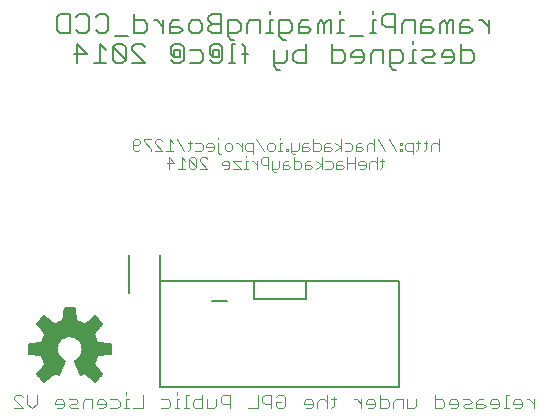
<source format=gbo>
G75*
G70*
%OFA0B0*%
%FSLAX24Y24*%
%IPPOS*%
%LPD*%
%AMOC8*
5,1,8,0,0,1.08239X$1,22.5*
%
%ADD10C,0.0060*%
%ADD11C,0.0040*%
%ADD12C,0.0030*%
%ADD13C,0.0080*%
%ADD14C,0.0059*%
D10*
X013412Y012023D02*
X013519Y011916D01*
X013626Y011916D01*
X013733Y012130D02*
X013412Y012130D01*
X013412Y012023D02*
X013412Y012557D01*
X013839Y012557D02*
X013839Y012237D01*
X013733Y012130D01*
X014057Y012237D02*
X014057Y012450D01*
X014164Y012557D01*
X014484Y012557D01*
X014484Y012771D02*
X014484Y012130D01*
X014164Y012130D01*
X014057Y012237D01*
X013804Y012916D02*
X013697Y012916D01*
X013590Y013023D01*
X013590Y013557D01*
X013910Y013557D01*
X014017Y013450D01*
X014017Y013237D01*
X013910Y013130D01*
X013590Y013130D01*
X013373Y013130D02*
X013159Y013130D01*
X013266Y013130D02*
X013266Y013557D01*
X013373Y013557D01*
X013266Y013771D02*
X013266Y013877D01*
X012943Y013557D02*
X012623Y013557D01*
X012516Y013450D01*
X012516Y013130D01*
X012298Y013237D02*
X012192Y013130D01*
X011871Y013130D01*
X011871Y013023D02*
X011871Y013557D01*
X012192Y013557D01*
X012298Y013450D01*
X012298Y013237D01*
X012085Y012916D02*
X011978Y012916D01*
X011871Y013023D01*
X011654Y013130D02*
X011333Y013130D01*
X011227Y013237D01*
X011227Y013344D01*
X011333Y013450D01*
X011654Y013450D01*
X011333Y013450D02*
X011227Y013557D01*
X011227Y013664D01*
X011333Y013771D01*
X011654Y013771D01*
X011654Y013130D01*
X011009Y013237D02*
X011009Y013450D01*
X010902Y013557D01*
X010689Y013557D01*
X010582Y013450D01*
X010582Y013237D01*
X010689Y013130D01*
X010902Y013130D01*
X011009Y013237D01*
X011371Y012771D02*
X011264Y012664D01*
X011264Y012450D01*
X011371Y012344D01*
X011371Y012557D01*
X011584Y012557D01*
X011584Y012344D01*
X011371Y012344D01*
X011264Y012237D02*
X011371Y012130D01*
X011584Y012130D01*
X011691Y012237D01*
X011691Y012664D01*
X011584Y012771D01*
X011371Y012771D01*
X011046Y012450D02*
X011046Y012237D01*
X010940Y012130D01*
X010619Y012130D01*
X010402Y012237D02*
X010402Y012664D01*
X010295Y012771D01*
X010081Y012771D01*
X009975Y012664D01*
X009975Y012450D01*
X010081Y012344D01*
X010081Y012557D01*
X010295Y012557D01*
X010295Y012344D01*
X010081Y012344D01*
X009975Y012237D02*
X010081Y012130D01*
X010295Y012130D01*
X010402Y012237D01*
X010619Y012557D02*
X010940Y012557D01*
X011046Y012450D01*
X011907Y012130D02*
X012121Y012130D01*
X012014Y012130D02*
X012014Y012771D01*
X012121Y012771D01*
X012337Y012771D02*
X012443Y012664D01*
X012443Y012130D01*
X012550Y012450D02*
X012337Y012450D01*
X012943Y013130D02*
X012943Y013557D01*
X014235Y013450D02*
X014235Y013130D01*
X014555Y013130D01*
X014662Y013237D01*
X014555Y013344D01*
X014235Y013344D01*
X014235Y013450D02*
X014341Y013557D01*
X014555Y013557D01*
X014879Y013450D02*
X014879Y013130D01*
X015093Y013130D02*
X015093Y013450D01*
X014986Y013557D01*
X014879Y013450D01*
X015093Y013450D02*
X015199Y013557D01*
X015306Y013557D01*
X015306Y013130D01*
X015522Y013130D02*
X015736Y013130D01*
X015629Y013130D02*
X015629Y013557D01*
X015736Y013557D01*
X015629Y013771D02*
X015629Y013877D01*
X016703Y013877D02*
X016703Y013771D01*
X017028Y013664D02*
X017028Y013450D01*
X017134Y013344D01*
X017455Y013344D01*
X017455Y013130D02*
X017455Y013771D01*
X017134Y013771D01*
X017028Y013664D01*
X016810Y013557D02*
X016703Y013557D01*
X016703Y013130D01*
X016597Y013130D02*
X016810Y013130D01*
X016380Y013023D02*
X015953Y013023D01*
X015346Y012771D02*
X015346Y012130D01*
X015666Y012130D01*
X015773Y012237D01*
X015773Y012450D01*
X015666Y012557D01*
X015346Y012557D01*
X015991Y012450D02*
X015991Y012344D01*
X016418Y012344D01*
X016418Y012450D02*
X016418Y012237D01*
X016311Y012130D01*
X016097Y012130D01*
X015991Y012450D02*
X016097Y012557D01*
X016311Y012557D01*
X016418Y012450D01*
X016635Y012450D02*
X016742Y012557D01*
X017062Y012557D01*
X017062Y012130D01*
X017280Y012130D02*
X017600Y012130D01*
X017707Y012237D01*
X017707Y012450D01*
X017600Y012557D01*
X017280Y012557D01*
X017280Y012023D01*
X017386Y011916D01*
X017493Y011916D01*
X017923Y012130D02*
X018136Y012130D01*
X018030Y012130D02*
X018030Y012557D01*
X018136Y012557D01*
X018354Y012557D02*
X018674Y012557D01*
X018781Y012450D01*
X018674Y012344D01*
X018461Y012344D01*
X018354Y012237D01*
X018461Y012130D01*
X018781Y012130D01*
X018998Y012344D02*
X019425Y012344D01*
X019425Y012450D02*
X019425Y012237D01*
X019319Y012130D01*
X019105Y012130D01*
X018998Y012344D02*
X018998Y012450D01*
X019105Y012557D01*
X019319Y012557D01*
X019425Y012450D01*
X019643Y012557D02*
X019963Y012557D01*
X020070Y012450D01*
X020070Y012237D01*
X019963Y012130D01*
X019643Y012130D01*
X019643Y012771D01*
X019606Y013130D02*
X019926Y013130D01*
X020033Y013237D01*
X019926Y013344D01*
X019606Y013344D01*
X019606Y013450D02*
X019606Y013130D01*
X019388Y013130D02*
X019388Y013557D01*
X019282Y013557D01*
X019175Y013450D01*
X019068Y013557D01*
X018961Y013450D01*
X018961Y013130D01*
X019175Y013130D02*
X019175Y013450D01*
X019606Y013450D02*
X019713Y013557D01*
X019926Y013557D01*
X020250Y013557D02*
X020356Y013557D01*
X020570Y013344D01*
X020570Y013557D02*
X020570Y013130D01*
X018744Y013237D02*
X018637Y013344D01*
X018317Y013344D01*
X018317Y013450D02*
X018317Y013130D01*
X018637Y013130D01*
X018744Y013237D01*
X018637Y013557D02*
X018424Y013557D01*
X018317Y013450D01*
X018099Y013557D02*
X017779Y013557D01*
X017672Y013450D01*
X017672Y013130D01*
X018099Y013130D02*
X018099Y013557D01*
X018030Y012877D02*
X018030Y012771D01*
X016635Y012450D02*
X016635Y012130D01*
X010365Y013237D02*
X010258Y013344D01*
X009938Y013344D01*
X009938Y013450D02*
X009938Y013130D01*
X010258Y013130D01*
X010365Y013237D01*
X010258Y013557D02*
X010044Y013557D01*
X009938Y013450D01*
X009720Y013344D02*
X009507Y013557D01*
X009400Y013557D01*
X009183Y013450D02*
X009076Y013557D01*
X008756Y013557D01*
X008756Y013771D02*
X008756Y013130D01*
X009076Y013130D01*
X009183Y013237D01*
X009183Y013450D01*
X009720Y013557D02*
X009720Y013130D01*
X009113Y012664D02*
X009006Y012771D01*
X008792Y012771D01*
X008686Y012664D01*
X008686Y012557D01*
X009113Y012130D01*
X008686Y012130D01*
X008468Y012237D02*
X008041Y012664D01*
X008041Y012237D01*
X008148Y012130D01*
X008361Y012130D01*
X008468Y012237D01*
X008468Y012664D01*
X008361Y012771D01*
X008148Y012771D01*
X008041Y012664D01*
X007824Y012557D02*
X007610Y012771D01*
X007610Y012130D01*
X007397Y012130D02*
X007824Y012130D01*
X007179Y012450D02*
X006752Y012450D01*
X006859Y012771D02*
X007179Y012450D01*
X006859Y012130D02*
X006859Y012771D01*
X006929Y013130D02*
X006822Y013237D01*
X006929Y013130D02*
X007143Y013130D01*
X007249Y013237D01*
X007249Y013664D01*
X007143Y013771D01*
X006929Y013771D01*
X006822Y013664D01*
X006605Y013771D02*
X006284Y013771D01*
X006178Y013664D01*
X006178Y013237D01*
X006284Y013130D01*
X006605Y013130D01*
X006605Y013771D01*
X007467Y013664D02*
X007574Y013771D01*
X007787Y013771D01*
X007894Y013664D01*
X007894Y013237D01*
X007787Y013130D01*
X007574Y013130D01*
X007467Y013237D01*
X008111Y013023D02*
X008538Y013023D01*
D11*
X005040Y000620D02*
X004734Y000620D01*
X005040Y000620D02*
X004734Y000927D01*
X004734Y001004D01*
X004810Y001080D01*
X004964Y001080D01*
X005040Y001004D01*
X005194Y001080D02*
X005194Y000773D01*
X005347Y000620D01*
X005501Y000773D01*
X005501Y001080D01*
X006115Y000850D02*
X006115Y000773D01*
X006422Y000773D01*
X006422Y000697D02*
X006422Y000850D01*
X006345Y000927D01*
X006191Y000927D01*
X006115Y000850D01*
X006191Y000620D02*
X006345Y000620D01*
X006422Y000697D01*
X006575Y000697D02*
X006652Y000773D01*
X006805Y000773D01*
X006882Y000850D01*
X006805Y000927D01*
X006575Y000927D01*
X006575Y000697D02*
X006652Y000620D01*
X006882Y000620D01*
X007035Y000620D02*
X007035Y000850D01*
X007112Y000927D01*
X007342Y000927D01*
X007342Y000620D01*
X007496Y000773D02*
X007803Y000773D01*
X007803Y000697D02*
X007803Y000850D01*
X007726Y000927D01*
X007573Y000927D01*
X007496Y000850D01*
X007496Y000773D01*
X007573Y000620D02*
X007726Y000620D01*
X007803Y000697D01*
X007956Y000620D02*
X008186Y000620D01*
X008263Y000697D01*
X008263Y000850D01*
X008186Y000927D01*
X007956Y000927D01*
X008493Y000927D02*
X008493Y000620D01*
X008417Y000620D02*
X008570Y000620D01*
X008724Y000620D02*
X009031Y000620D01*
X009031Y001080D01*
X008570Y000927D02*
X008493Y000927D01*
X008493Y001080D02*
X008493Y001157D01*
X009644Y000927D02*
X009875Y000927D01*
X009951Y000850D01*
X009951Y000697D01*
X009875Y000620D01*
X009644Y000620D01*
X010105Y000620D02*
X010258Y000620D01*
X010181Y000620D02*
X010181Y000927D01*
X010258Y000927D01*
X010181Y001080D02*
X010181Y001157D01*
X010488Y001080D02*
X010488Y000620D01*
X010412Y000620D02*
X010565Y000620D01*
X010719Y000697D02*
X010719Y000850D01*
X010795Y000927D01*
X011026Y000927D01*
X011179Y000927D02*
X011179Y000620D01*
X011409Y000620D01*
X011486Y000697D01*
X011486Y000927D01*
X011639Y001004D02*
X011639Y000850D01*
X011716Y000773D01*
X011946Y000773D01*
X011946Y000620D02*
X011946Y001080D01*
X011716Y001080D01*
X011639Y001004D01*
X011026Y001080D02*
X011026Y000620D01*
X010795Y000620D01*
X010719Y000697D01*
X010565Y001080D02*
X010488Y001080D01*
X012560Y000620D02*
X012867Y000620D01*
X012867Y001080D01*
X013021Y001004D02*
X013021Y000850D01*
X013097Y000773D01*
X013327Y000773D01*
X013327Y000620D02*
X013327Y001080D01*
X013097Y001080D01*
X013021Y001004D01*
X013481Y001004D02*
X013558Y001080D01*
X013711Y001080D01*
X013788Y001004D01*
X013788Y000697D01*
X013711Y000620D01*
X013558Y000620D01*
X013481Y000697D01*
X013481Y000850D01*
X013634Y000850D01*
X014402Y000850D02*
X014402Y000773D01*
X014709Y000773D01*
X014709Y000697D02*
X014709Y000850D01*
X014632Y000927D01*
X014478Y000927D01*
X014402Y000850D01*
X014478Y000620D02*
X014632Y000620D01*
X014709Y000697D01*
X014862Y000620D02*
X014862Y000850D01*
X014939Y000927D01*
X015092Y000927D01*
X015169Y000850D01*
X015323Y000927D02*
X015476Y000927D01*
X015399Y001004D02*
X015399Y000697D01*
X015323Y000620D01*
X015169Y000620D02*
X015169Y001080D01*
X016090Y000927D02*
X016167Y000927D01*
X016320Y000773D01*
X016320Y000620D02*
X016320Y000927D01*
X016474Y000850D02*
X016474Y000773D01*
X016780Y000773D01*
X016780Y000697D02*
X016780Y000850D01*
X016704Y000927D01*
X016550Y000927D01*
X016474Y000850D01*
X016550Y000620D02*
X016704Y000620D01*
X016780Y000697D01*
X016934Y000620D02*
X017164Y000620D01*
X017241Y000697D01*
X017241Y000850D01*
X017164Y000927D01*
X016934Y000927D01*
X016934Y001080D02*
X016934Y000620D01*
X017394Y000620D02*
X017394Y000850D01*
X017471Y000927D01*
X017701Y000927D01*
X017701Y000620D01*
X017855Y000620D02*
X017855Y000927D01*
X018162Y000927D02*
X018162Y000697D01*
X018085Y000620D01*
X017855Y000620D01*
X018775Y000620D02*
X019006Y000620D01*
X019082Y000697D01*
X019082Y000850D01*
X019006Y000927D01*
X018775Y000927D01*
X018775Y001080D02*
X018775Y000620D01*
X019236Y000773D02*
X019543Y000773D01*
X019543Y000697D02*
X019543Y000850D01*
X019466Y000927D01*
X019313Y000927D01*
X019236Y000850D01*
X019236Y000773D01*
X019313Y000620D02*
X019466Y000620D01*
X019543Y000697D01*
X019696Y000697D02*
X019773Y000773D01*
X019926Y000773D01*
X020003Y000850D01*
X019926Y000927D01*
X019696Y000927D01*
X019696Y000697D02*
X019773Y000620D01*
X020003Y000620D01*
X020157Y000620D02*
X020157Y000850D01*
X020233Y000927D01*
X020387Y000927D01*
X020387Y000773D02*
X020157Y000773D01*
X020157Y000620D02*
X020387Y000620D01*
X020464Y000697D01*
X020387Y000773D01*
X020617Y000773D02*
X020924Y000773D01*
X020924Y000697D02*
X020924Y000850D01*
X020847Y000927D01*
X020694Y000927D01*
X020617Y000850D01*
X020617Y000773D01*
X020694Y000620D02*
X020847Y000620D01*
X020924Y000697D01*
X021077Y000620D02*
X021231Y000620D01*
X021154Y000620D02*
X021154Y001080D01*
X021231Y001080D01*
X021461Y000927D02*
X021384Y000850D01*
X021384Y000773D01*
X021691Y000773D01*
X021691Y000697D02*
X021691Y000850D01*
X021615Y000927D01*
X021461Y000927D01*
X021845Y000927D02*
X021921Y000927D01*
X022075Y000773D01*
X022075Y000620D02*
X022075Y000927D01*
X021691Y000697D02*
X021615Y000620D01*
X021461Y000620D01*
D12*
X013463Y008492D02*
X013401Y008492D01*
X013339Y008553D01*
X013339Y008862D01*
X013218Y008985D02*
X013033Y008985D01*
X012971Y008924D01*
X012971Y008800D01*
X013033Y008738D01*
X013218Y008738D01*
X013218Y008615D02*
X013218Y008985D01*
X013586Y008862D02*
X013586Y008677D01*
X013524Y008615D01*
X013339Y008615D01*
X012849Y008615D02*
X012849Y008862D01*
X012726Y008862D02*
X012849Y008738D01*
X012726Y008862D02*
X012664Y008862D01*
X012542Y008862D02*
X012481Y008862D01*
X012481Y008615D01*
X012542Y008615D02*
X012419Y008615D01*
X012297Y008615D02*
X012050Y008615D01*
X011929Y008677D02*
X011929Y008800D01*
X011867Y008862D01*
X011743Y008862D01*
X011682Y008800D01*
X011682Y008738D01*
X011929Y008738D01*
X011929Y008677D02*
X011867Y008615D01*
X011743Y008615D01*
X012050Y008862D02*
X012297Y008615D01*
X012297Y008862D02*
X012050Y008862D01*
X012481Y008985D02*
X012481Y009047D01*
X012513Y009215D02*
X012698Y009215D01*
X012698Y009092D02*
X012698Y009462D01*
X012513Y009462D01*
X012451Y009400D01*
X012451Y009277D01*
X012513Y009215D01*
X012330Y009215D02*
X012330Y009462D01*
X012330Y009338D02*
X012206Y009462D01*
X012144Y009462D01*
X012023Y009400D02*
X012023Y009277D01*
X011961Y009215D01*
X011837Y009215D01*
X011776Y009277D01*
X011776Y009400D01*
X011837Y009462D01*
X011961Y009462D01*
X012023Y009400D01*
X011654Y009092D02*
X011593Y009092D01*
X011531Y009153D01*
X011531Y009462D01*
X011531Y009585D02*
X011531Y009647D01*
X011347Y009462D02*
X011224Y009462D01*
X011162Y009400D01*
X011162Y009338D01*
X011409Y009338D01*
X011409Y009277D02*
X011409Y009400D01*
X011347Y009462D01*
X011409Y009277D02*
X011347Y009215D01*
X011224Y009215D01*
X011040Y009277D02*
X011040Y009400D01*
X010979Y009462D01*
X010794Y009462D01*
X010672Y009462D02*
X010549Y009462D01*
X010610Y009524D02*
X010610Y009277D01*
X010549Y009215D01*
X010427Y009215D02*
X010180Y009585D01*
X010058Y009462D02*
X009935Y009585D01*
X009935Y009215D01*
X010058Y009215D02*
X009811Y009215D01*
X009690Y009215D02*
X009443Y009462D01*
X009443Y009524D01*
X009505Y009585D01*
X009628Y009585D01*
X009690Y009524D01*
X009690Y009215D02*
X009443Y009215D01*
X009322Y009215D02*
X009322Y009277D01*
X009075Y009524D01*
X009075Y009585D01*
X009322Y009585D01*
X008953Y009524D02*
X008953Y009462D01*
X008892Y009400D01*
X008706Y009400D01*
X008706Y009277D02*
X008706Y009524D01*
X008768Y009585D01*
X008892Y009585D01*
X008953Y009524D01*
X008953Y009277D02*
X008892Y009215D01*
X008768Y009215D01*
X008706Y009277D01*
X009840Y008800D02*
X010087Y008800D01*
X009902Y008985D01*
X009902Y008615D01*
X010208Y008615D02*
X010455Y008615D01*
X010332Y008615D02*
X010332Y008985D01*
X010455Y008862D01*
X010577Y008924D02*
X010577Y008677D01*
X010638Y008615D01*
X010762Y008615D01*
X010824Y008677D01*
X010577Y008924D01*
X010638Y008985D01*
X010762Y008985D01*
X010824Y008924D01*
X010824Y008677D01*
X010945Y008615D02*
X011192Y008615D01*
X010945Y008862D01*
X010945Y008924D01*
X011007Y008985D01*
X011130Y008985D01*
X011192Y008924D01*
X010979Y009215D02*
X010794Y009215D01*
X010979Y009215D02*
X011040Y009277D01*
X012819Y009585D02*
X013066Y009215D01*
X013188Y009277D02*
X013188Y009400D01*
X013249Y009462D01*
X013373Y009462D01*
X013434Y009400D01*
X013434Y009277D01*
X013373Y009215D01*
X013249Y009215D01*
X013188Y009277D01*
X013557Y009215D02*
X013680Y009215D01*
X013618Y009215D02*
X013618Y009462D01*
X013680Y009462D01*
X013618Y009585D02*
X013618Y009647D01*
X013986Y009462D02*
X013986Y009153D01*
X014047Y009092D01*
X014109Y009092D01*
X014076Y008985D02*
X014076Y008615D01*
X014261Y008615D01*
X014323Y008677D01*
X014323Y008800D01*
X014261Y008862D01*
X014076Y008862D01*
X013893Y008862D02*
X013769Y008862D01*
X013707Y008800D01*
X013707Y008615D01*
X013893Y008615D01*
X013954Y008677D01*
X013893Y008738D01*
X013707Y008738D01*
X014444Y008738D02*
X014629Y008738D01*
X014691Y008677D01*
X014629Y008615D01*
X014444Y008615D01*
X014444Y008800D01*
X014506Y008862D01*
X014629Y008862D01*
X014813Y008862D02*
X014998Y008738D01*
X014813Y008615D01*
X014998Y008615D02*
X014998Y008985D01*
X015119Y008862D02*
X015304Y008862D01*
X015366Y008800D01*
X015366Y008677D01*
X015304Y008615D01*
X015119Y008615D01*
X015488Y008615D02*
X015673Y008615D01*
X015735Y008677D01*
X015673Y008738D01*
X015488Y008738D01*
X015488Y008800D02*
X015488Y008615D01*
X015488Y008800D02*
X015549Y008862D01*
X015673Y008862D01*
X015856Y008800D02*
X016103Y008800D01*
X016224Y008800D02*
X016224Y008738D01*
X016471Y008738D01*
X016471Y008677D02*
X016471Y008800D01*
X016409Y008862D01*
X016286Y008862D01*
X016224Y008800D01*
X016286Y008615D02*
X016409Y008615D01*
X016471Y008677D01*
X016593Y008615D02*
X016593Y008800D01*
X016654Y008862D01*
X016778Y008862D01*
X016839Y008800D01*
X016962Y008862D02*
X017085Y008862D01*
X017023Y008924D02*
X017023Y008677D01*
X016962Y008615D01*
X016839Y008615D02*
X016839Y008985D01*
X016749Y009215D02*
X016749Y009585D01*
X016871Y009585D02*
X017118Y009215D01*
X017486Y009215D02*
X017239Y009585D01*
X017608Y009462D02*
X017608Y009400D01*
X017670Y009400D01*
X017670Y009462D01*
X017608Y009462D01*
X017608Y009277D02*
X017608Y009215D01*
X017670Y009215D01*
X017670Y009277D01*
X017608Y009277D01*
X017792Y009277D02*
X017792Y009400D01*
X017853Y009462D01*
X018038Y009462D01*
X018038Y009092D01*
X018038Y009215D02*
X017853Y009215D01*
X017792Y009277D01*
X018161Y009215D02*
X018222Y009277D01*
X018222Y009524D01*
X018161Y009462D02*
X018284Y009462D01*
X018406Y009462D02*
X018529Y009462D01*
X018468Y009524D02*
X018468Y009277D01*
X018406Y009215D01*
X018651Y009215D02*
X018651Y009400D01*
X018713Y009462D01*
X018836Y009462D01*
X018898Y009400D01*
X018898Y009585D02*
X018898Y009215D01*
X016749Y009400D02*
X016688Y009462D01*
X016564Y009462D01*
X016502Y009400D01*
X016502Y009215D01*
X016381Y009277D02*
X016319Y009338D01*
X016134Y009338D01*
X016134Y009400D02*
X016134Y009215D01*
X016319Y009215D01*
X016381Y009277D01*
X016319Y009462D02*
X016196Y009462D01*
X016134Y009400D01*
X016013Y009400D02*
X016013Y009277D01*
X015951Y009215D01*
X015766Y009215D01*
X015644Y009215D02*
X015644Y009585D01*
X015766Y009462D02*
X015951Y009462D01*
X016013Y009400D01*
X015644Y009338D02*
X015459Y009462D01*
X015276Y009462D02*
X015152Y009462D01*
X015091Y009400D01*
X015091Y009215D01*
X015276Y009215D01*
X015337Y009277D01*
X015276Y009338D01*
X015091Y009338D01*
X014969Y009277D02*
X014969Y009400D01*
X014907Y009462D01*
X014722Y009462D01*
X014722Y009585D02*
X014722Y009215D01*
X014907Y009215D01*
X014969Y009277D01*
X015459Y009215D02*
X015644Y009338D01*
X015856Y008985D02*
X015856Y008615D01*
X016103Y008615D02*
X016103Y008985D01*
X014601Y009277D02*
X014539Y009338D01*
X014354Y009338D01*
X014354Y009400D02*
X014354Y009215D01*
X014539Y009215D01*
X014601Y009277D01*
X014539Y009462D02*
X014416Y009462D01*
X014354Y009400D01*
X014232Y009462D02*
X014232Y009277D01*
X014171Y009215D01*
X013986Y009215D01*
X013864Y009215D02*
X013802Y009215D01*
X013802Y009277D01*
X013864Y009277D01*
X013864Y009215D01*
D13*
X009612Y005730D02*
X009612Y004470D01*
X009624Y004872D02*
X009624Y001368D01*
X009624Y001328D02*
X017576Y001328D01*
X017576Y004872D01*
X014466Y004872D01*
X014466Y004281D01*
X012734Y004281D01*
X012734Y004872D01*
X009624Y004872D01*
X008588Y004470D02*
X008588Y005730D01*
X011350Y004193D02*
X011850Y004193D01*
X012734Y004872D02*
X014466Y004872D01*
D14*
X007968Y002768D02*
X007968Y002432D01*
X007523Y002387D01*
X007494Y002286D01*
X007454Y002190D01*
X007403Y002098D01*
X007686Y001752D01*
X007448Y001514D01*
X007102Y001797D01*
X007034Y001758D01*
X006963Y001725D01*
X006765Y002202D01*
X006829Y002235D01*
X006887Y002279D01*
X006937Y002332D01*
X006977Y002392D01*
X007006Y002458D01*
X007025Y002528D01*
X007031Y002600D01*
X007023Y002680D01*
X007001Y002758D01*
X006964Y002830D01*
X006915Y002894D01*
X006854Y002948D01*
X006785Y002989D01*
X006709Y003017D01*
X006629Y003030D01*
X006549Y003028D01*
X006470Y003010D01*
X006395Y002979D01*
X006328Y002934D01*
X006271Y002877D01*
X006225Y002811D01*
X006192Y002737D01*
X006173Y002659D01*
X006170Y002578D01*
X006182Y002498D01*
X006208Y002422D01*
X006248Y002352D01*
X006301Y002290D01*
X006364Y002240D01*
X006435Y002202D01*
X006237Y001725D01*
X006166Y001758D01*
X006098Y001797D01*
X005752Y001514D01*
X005514Y001752D01*
X005797Y002098D01*
X005746Y002190D01*
X005706Y002286D01*
X005677Y002387D01*
X005232Y002432D01*
X005232Y002768D01*
X005677Y002813D01*
X005706Y002914D01*
X005746Y003010D01*
X005797Y003102D01*
X005514Y003448D01*
X005752Y003686D01*
X006098Y003403D01*
X006190Y003454D01*
X006286Y003494D01*
X006387Y003523D01*
X006432Y003968D01*
X006768Y003968D01*
X006813Y003523D01*
X006914Y003494D01*
X007010Y003454D01*
X007102Y003403D01*
X007448Y003686D01*
X007686Y003448D01*
X007403Y003102D01*
X007454Y003010D01*
X007494Y002914D01*
X007523Y002813D01*
X007968Y002768D01*
X007968Y002748D02*
X007004Y002748D01*
X007020Y002690D02*
X007968Y002690D01*
X007968Y002632D02*
X007028Y002632D01*
X007029Y002575D02*
X007968Y002575D01*
X007968Y002517D02*
X007022Y002517D01*
X007007Y002460D02*
X007968Y002460D01*
X007674Y002402D02*
X006982Y002402D01*
X006945Y002345D02*
X007511Y002345D01*
X007494Y002287D02*
X006895Y002287D01*
X006818Y002230D02*
X007470Y002230D01*
X007444Y002172D02*
X006777Y002172D01*
X006801Y002114D02*
X007412Y002114D01*
X007437Y002057D02*
X006825Y002057D01*
X006849Y001999D02*
X007484Y001999D01*
X007531Y001942D02*
X006873Y001942D01*
X006897Y001884D02*
X007578Y001884D01*
X007625Y001827D02*
X006920Y001827D01*
X006944Y001769D02*
X007054Y001769D01*
X007136Y001769D02*
X007672Y001769D01*
X007646Y001712D02*
X007206Y001712D01*
X007277Y001654D02*
X007588Y001654D01*
X007531Y001596D02*
X007347Y001596D01*
X007418Y001539D02*
X007473Y001539D01*
X006351Y001999D02*
X005716Y001999D01*
X005669Y001942D02*
X006327Y001942D01*
X006303Y001884D02*
X005622Y001884D01*
X005575Y001827D02*
X006280Y001827D01*
X006256Y001769D02*
X006146Y001769D01*
X006064Y001769D02*
X005528Y001769D01*
X005554Y001712D02*
X005994Y001712D01*
X005923Y001654D02*
X005612Y001654D01*
X005669Y001596D02*
X005853Y001596D01*
X005782Y001539D02*
X005727Y001539D01*
X005763Y002057D02*
X006375Y002057D01*
X006399Y002114D02*
X005788Y002114D01*
X005756Y002172D02*
X006423Y002172D01*
X006383Y002230D02*
X005730Y002230D01*
X005706Y002287D02*
X006305Y002287D01*
X006254Y002345D02*
X005689Y002345D01*
X005526Y002402D02*
X006219Y002402D01*
X006195Y002460D02*
X005232Y002460D01*
X005232Y002517D02*
X006179Y002517D01*
X006170Y002575D02*
X005232Y002575D01*
X005232Y002632D02*
X006172Y002632D01*
X006181Y002690D02*
X005232Y002690D01*
X005232Y002748D02*
X006196Y002748D01*
X006222Y002805D02*
X005598Y002805D01*
X005691Y002863D02*
X006260Y002863D01*
X006314Y002920D02*
X005709Y002920D01*
X005733Y002978D02*
X006394Y002978D01*
X006804Y002978D02*
X007467Y002978D01*
X007491Y002920D02*
X006885Y002920D01*
X006939Y002863D02*
X007509Y002863D01*
X007602Y002805D02*
X006977Y002805D01*
X007440Y003035D02*
X005760Y003035D01*
X005792Y003093D02*
X007408Y003093D01*
X007443Y003150D02*
X005757Y003150D01*
X005710Y003208D02*
X007490Y003208D01*
X007537Y003266D02*
X005663Y003266D01*
X005616Y003323D02*
X007584Y003323D01*
X007631Y003381D02*
X005569Y003381D01*
X005522Y003438D02*
X006055Y003438D01*
X005985Y003496D02*
X005562Y003496D01*
X005619Y003553D02*
X005914Y003553D01*
X005844Y003611D02*
X005677Y003611D01*
X005734Y003668D02*
X005773Y003668D01*
X006161Y003438D02*
X007039Y003438D01*
X007145Y003438D02*
X007678Y003438D01*
X007638Y003496D02*
X007215Y003496D01*
X007286Y003553D02*
X007581Y003553D01*
X007523Y003611D02*
X007356Y003611D01*
X007427Y003668D02*
X007466Y003668D01*
X006907Y003496D02*
X006293Y003496D01*
X006390Y003553D02*
X006810Y003553D01*
X006804Y003611D02*
X006396Y003611D01*
X006402Y003668D02*
X006798Y003668D01*
X006792Y003726D02*
X006408Y003726D01*
X006413Y003784D02*
X006787Y003784D01*
X006781Y003841D02*
X006419Y003841D01*
X006425Y003899D02*
X006775Y003899D01*
X006769Y003956D02*
X006431Y003956D01*
M02*

</source>
